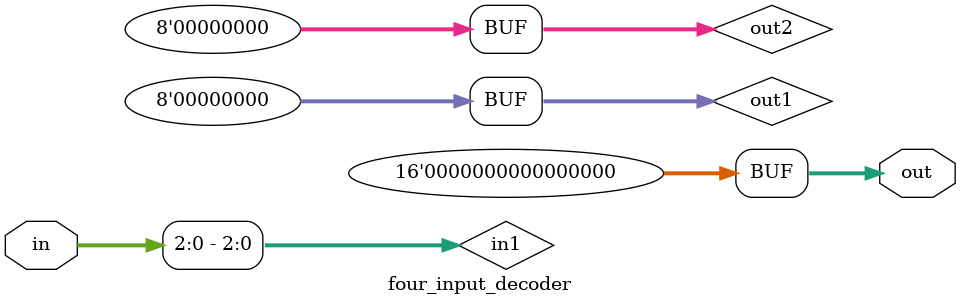
<source format=v>
`timescale 1ns / 1ps

module four_input_decoder(
    input [3:0] in,        // 4-bit giriş
    output [15:0] out      // 16-bit çıkış
);
    wire [2:0] in1;        // 3-bit iç giriş
    assign in1 = in[2:0];  // in[2:0]'ı in1'e atama (ilk 3 bit)

    wire [7:0] out1 = 8'b0;  // Varsayılan değer olarak sıfır atanmış 8-bit çıkış (dec1 için)
    wire [7:0] out2 = 8'b0;  // Varsayılan değer olarak sıfır atanmış 8-bit çıkış (dec2 için)

    // İlk decoder: Enable sinyali in[3]'ün tersine bağlı
    // Eğer in[3] = 0 ise, bu decoder aktif olur
    decoder dec1 (
        .in(in1),            // in1'i decoder'a ilet
        .enable(~in[3]),     // Enable sinyali, in[3] tersine çevrilir
        .D(out1)             // Çıkış out1'e bağlanır
    );

    // İkinci decoder: Enable sinyali in[3]'e bağlı
    // Eğer in[3] = 1 ise, bu decoder aktif olur
    decoder dec2 (
        .in(in1),            // in1'i decoder'a ilet
        .enable(in[3]),      // Enable sinyali, in[3]'ün kendisi kullanılır
        .D(out2)             // Çıkış out2'ye bağlanır
    );

    // Çıkışların atanması: out1 ve out2'yi birleştirerek 16-bitlik çıkış oluşturulur
    // soldan ilk 8 bit out2, sonraki 8 bit out1'dir
    assign out = {out2, out1}; // out2 önce, sonra out1 gelir

endmodule

</source>
